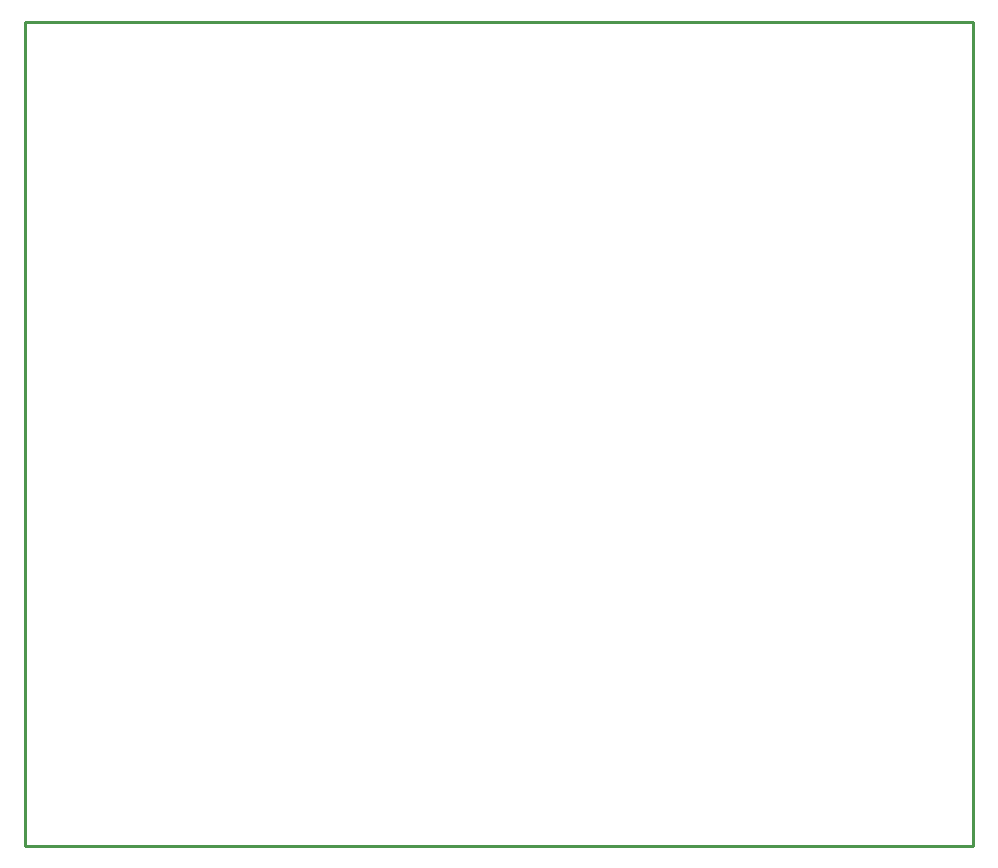
<source format=gko>
G04 Layer: BoardOutlineLayer*
G04 EasyEDA v6.5.34, 2023-10-25 23:35:01*
G04 b0c90d07580345d6a9a575a3640b0f1e,d8e1fe4a71354f51b54a745932dbb16f,10*
G04 Gerber Generator version 0.2*
G04 Scale: 100 percent, Rotated: No, Reflected: No *
G04 Dimensions in millimeters *
G04 leading zeros omitted , absolute positions ,4 integer and 5 decimal *
%FSLAX45Y45*%
%MOMM*%

%ADD10C,0.2540*%
D10*
X0Y127000D02*
G01*
X0Y7099300D01*
X8026400Y7099300D02*
G01*
X8026400Y127000D01*
X8026400Y127000D02*
G01*
X0Y127000D01*
X0Y7099300D02*
G01*
X8026400Y7099300D01*

%LPD*%
M02*

</source>
